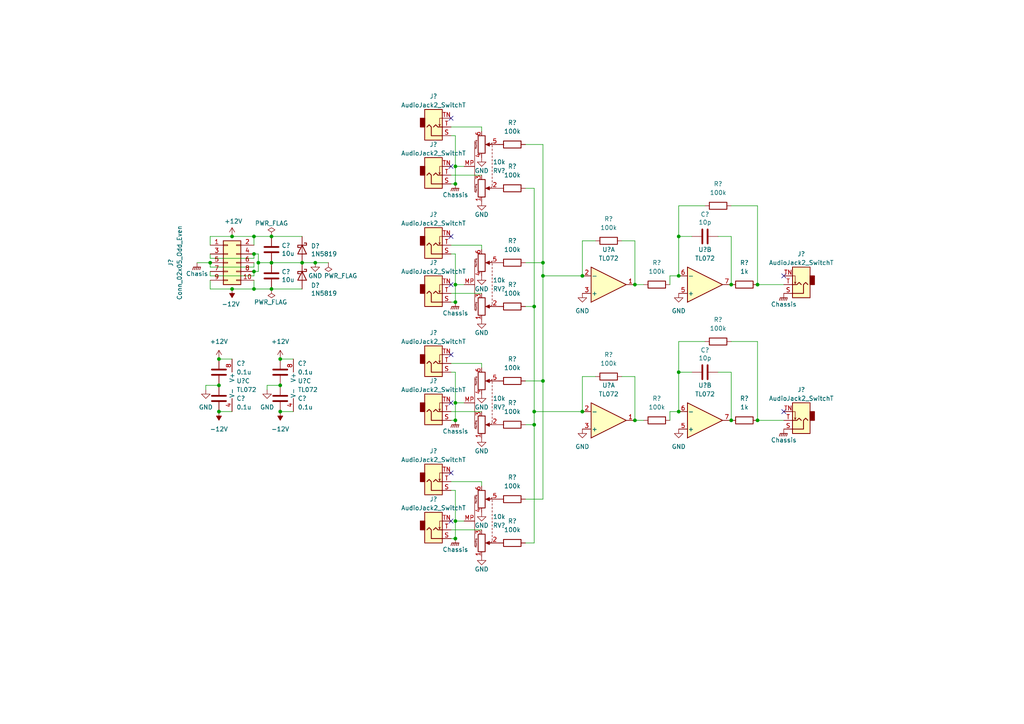
<source format=kicad_sch>
(kicad_sch (version 20211123) (generator eeschema)
  (paper "A4")
  (lib_symbols
    (symbol "Amplifier_Operational:TL072" (pin_names (offset 0.127))
      (property "Reference" "U" (at 0 5.08 0))
      (property "Value" "TL072" (at 0 -5.08 0))
      (symbol "TL072_1_1"
        (polyline (pts (xy -5.08 5.08) (xy 5.08 0) (xy -5.08 -5.08) (xy -5.08 5.08)) (stroke (width 0.254)) (fill (type background)))
        (pin output line (at 7.62 0 180) (length 2.54) (name "~") (number "1"))
        (pin input line (at -7.62 -2.54 0) (length 2.54) (name "-") (number "2"))
        (pin input line (at -7.62 2.54 0) (length 2.54) (name "+") (number "3"))
      )
      (symbol "TL072_2_1"
        (polyline (pts (xy -5.08 5.08) (xy 5.08 0) (xy -5.08 -5.08) (xy -5.08 5.08)) (stroke (width 0.254)) (fill (type background)))
        (pin input line (at -7.62 2.54 0) (length 2.54) (name "+") (number "5"))
        (pin input line (at -7.62 -2.54 0) (length 2.54) (name "-") (number "6"))
        (pin output line (at 7.62 0 180) (length 2.54) (name "~") (number "7"))
      )
      (symbol "TL072_3_1"
        (pin power_in line (at -2.54 -7.62 90) (length 3.81) (name "V-") (number "4"))
        (pin power_in line (at -2.54 7.62 270) (length 3.81) (name "V+") (number "8"))
      )
    )
    (symbol "Connector:AudioJack2_SwitchT"
      (property "Reference" "J" (at 0 8.89 0))
      (property "Value" "AudioJack2_SwitchT" (at 0 6.35 0))
      (symbol "AudioJack2_SwitchT_0_1"
        (rectangle (start -2.54 0) (end -3.81 -2.54) (stroke (width 0.254)) (fill (type outline)))
        (polyline (pts (xy 1.778 -0.254) (xy 2.032 -0.762)))
        (polyline (pts (xy 0 0) (xy 0.635 -0.635) (xy 1.27 0) (xy 2.54 0)) (stroke (width 0.254)))
        (polyline (pts (xy 2.54 -2.54) (xy 1.778 -2.54) (xy 1.778 -0.254) (xy 1.524 -0.762)))
        (polyline (pts (xy 2.54 2.54) (xy -0.635 2.54) (xy -0.635 0) (xy -1.27 -0.635) (xy -1.905 0)) (stroke (width 0.254)))
        (rectangle (start 2.54 3.81) (end -2.54 -5.08) (stroke (width 0.254)) (fill (type background)))
      )
      (symbol "AudioJack2_SwitchT_1_1"
        (pin passive line (at 5.08 2.54 180) (length 2.54) (name "~") (number "S"))
        (pin passive line (at 5.08 0 180) (length 2.54) (name "~") (number "T"))
        (pin passive line (at 5.08 -2.54 180) (length 2.54) (name "~") (number "TN"))
      )
    )
    (symbol "Connector_Generic:Conn_02x05_Odd_Even" (pin_names (offset 1.016) hide)
      (property "Reference" "J" (at 1.27 7.62 0))
      (property "Value" "Conn_02x05_Odd_Even" (at 1.27 -7.62 0))
      (symbol "Conn_02x05_Odd_Even_1_1"
        (rectangle (start -1.27 -4.953) (end 0 -5.207) (stroke (width 0.1524)))
        (rectangle (start -1.27 -2.413) (end 0 -2.667) (stroke (width 0.1524)))
        (rectangle (start -1.27 0.127) (end 0 -0.127) (stroke (width 0.1524)))
        (rectangle (start -1.27 2.667) (end 0 2.413) (stroke (width 0.1524)))
        (rectangle (start -1.27 5.207) (end 0 4.953) (stroke (width 0.1524)))
        (rectangle (start -1.27 6.35) (end 3.81 -6.35) (stroke (width 0.254)) (fill (type background)))
        (rectangle (start 3.81 -4.953) (end 2.54 -5.207) (stroke (width 0.1524)))
        (rectangle (start 3.81 -2.413) (end 2.54 -2.667) (stroke (width 0.1524)))
        (rectangle (start 3.81 0.127) (end 2.54 -0.127) (stroke (width 0.1524)))
        (rectangle (start 3.81 2.667) (end 2.54 2.413) (stroke (width 0.1524)))
        (rectangle (start 3.81 5.207) (end 2.54 4.953) (stroke (width 0.1524)))
        (pin passive line (at -5.08 5.08 0) (length 3.81) (name "Pin_1") (number "1"))
        (pin passive line (at 7.62 -5.08 180) (length 3.81) (name "Pin_10") (number "10"))
        (pin passive line (at 7.62 5.08 180) (length 3.81) (name "Pin_2") (number "2"))
        (pin passive line (at -5.08 2.54 0) (length 3.81) (name "Pin_3") (number "3"))
        (pin passive line (at 7.62 2.54 180) (length 3.81) (name "Pin_4") (number "4"))
        (pin passive line (at -5.08 0 0) (length 3.81) (name "Pin_5") (number "5"))
        (pin passive line (at 7.62 0 180) (length 3.81) (name "Pin_6") (number "6"))
        (pin passive line (at -5.08 -2.54 0) (length 3.81) (name "Pin_7") (number "7"))
        (pin passive line (at 7.62 -2.54 180) (length 3.81) (name "Pin_8") (number "8"))
        (pin passive line (at -5.08 -5.08 0) (length 3.81) (name "Pin_9") (number "9"))
      )
    )
    (symbol "Custom:Chasis" (power) (in_bom no) (on_board no)
      (property "Value" "Chasis" (at 0 -3.175 0))
      (symbol "Chasis_0_1"
        (polyline (pts (xy 0 -1.27) (xy 0 0)))
        (polyline (pts (xy -1.016 -1.27) (xy -1.27 -2.032) (xy -1.27 -2.032)) (stroke (width 0.2032)))
        (polyline (pts (xy -0.508 -1.27) (xy -0.762 -2.032) (xy -0.762 -2.032)) (stroke (width 0.2032)))
        (polyline (pts (xy 0 -1.27) (xy -0.254 -2.032) (xy -0.254 -2.032)) (stroke (width 0.2032)))
        (polyline (pts (xy 0.508 -1.27) (xy 0.254 -2.032) (xy 0.254 -2.032)) (stroke (width 0.2032)))
        (polyline (pts (xy 1.016 -1.27) (xy -1.016 -1.27) (xy -1.016 -1.27)) (stroke (width 0.2032)))
        (polyline (pts (xy 1.016 -1.27) (xy 0.762 -2.032) (xy 0.762 -2.032) (xy 0.762 -2.032)) (stroke (width 0.2032)))
      )
      (symbol "Chasis_1_1"
        (pin power_in line (at 0 0 270) (length 0) hide (name "Chasis") (number "1"))
      )
    )
    (symbol "Custom:Chassis" (power) (in_bom no) (on_board no)
      (property "Value" "Chassis" (at 0 -3.175 0))
      (symbol "Chassis_0_1"
        (polyline (pts (xy 0 -1.27) (xy 0 0)))
        (polyline (pts (xy -1.016 -1.27) (xy -1.27 -2.032) (xy -1.27 -2.032)) (stroke (width 0.2032)))
        (polyline (pts (xy -0.508 -1.27) (xy -0.762 -2.032) (xy -0.762 -2.032)) (stroke (width 0.2032)))
        (polyline (pts (xy 0 -1.27) (xy -0.254 -2.032) (xy -0.254 -2.032)) (stroke (width 0.2032)))
        (polyline (pts (xy 0.508 -1.27) (xy 0.254 -2.032) (xy 0.254 -2.032)) (stroke (width 0.2032)))
        (polyline (pts (xy 1.016 -1.27) (xy -1.016 -1.27) (xy -1.016 -1.27)) (stroke (width 0.2032)))
        (polyline (pts (xy 1.016 -1.27) (xy 0.762 -2.032) (xy 0.762 -2.032) (xy 0.762 -2.032)) (stroke (width 0.2032)))
      )
      (symbol "Chassis_1_1"
        (pin power_in line (at 0 0 270) (length 0) hide (name "Chassis") (number "1"))
      )
    )
    (symbol "Custom:R_Potentiometer_Dual_MountingPin" (pin_names hide)
      (property "Reference" "RV" (at 0 3.683 0))
      (property "Value" "R_Potentiometer_Dual_MountingPin" (at 0 1.905 0))
      (symbol "R_Potentiometer_Dual_MountingPin_0_1"
        (rectangle (start -8.89 -1.524) (end -3.81 -3.556) (stroke (width 0.254)))
        (polyline (pts (xy -6.35 0) (xy -6.35 -1.016)))
        (polyline (pts (xy -6.35 0) (xy -6.35 -1.016)))
        (polyline (pts (xy -6.35 0) (xy -5.842 0.508)))
        (polyline (pts (xy -5.588 0.508) (xy -5.08 0.508)))
        (polyline (pts (xy -4.572 0.508) (xy -4.064 0.508)))
        (polyline (pts (xy -3.556 0.508) (xy -3.048 0.508)))
        (polyline (pts (xy -2.54 0.508) (xy -2.032 0.508)))
        (polyline (pts (xy -1.524 0.508) (xy -1.016 0.508)))
        (polyline (pts (xy -0.508 0.508) (xy 0 0.508)))
        (polyline (pts (xy 0.508 0.508) (xy 1.016 0.508)))
        (polyline (pts (xy 1.524 0.508) (xy 2.032 0.508)))
        (polyline (pts (xy 2.54 0.508) (xy 3.048 0.508)))
        (polyline (pts (xy 3.556 0.508) (xy 4.064 0.508)))
        (polyline (pts (xy 4.572 0.508) (xy 5.08 0.508)))
        (polyline (pts (xy 5.588 0.508) (xy 6.096 0.508)))
        (polyline (pts (xy 6.35 0) (xy 6.35 -1.016)))
        (polyline (pts (xy 6.35 0) (xy 6.35 -1.016)))
        (polyline (pts (xy 6.604 0.508) (xy 6.858 0.508) (xy 6.35 0)))
        (polyline (pts (xy -6.35 -1.397) (xy -6.858 -0.254) (xy -5.842 -0.254) (xy -6.35 -1.397)) (fill (type outline)))
        (polyline (pts (xy 6.35 -1.397) (xy 5.842 -0.254) (xy 6.858 -0.254) (xy 6.35 -1.397)) (fill (type outline)))
        (rectangle (start 3.81 -1.524) (end 8.89 -3.556) (stroke (width 0.254)))
      )
      (symbol "R_Potentiometer_Dual_MountingPin_1_1"
        (polyline (pts (xy -7.366 -4.572) (xy 7.366 -4.572)) (stroke (width 0.1524)))
        (text "Mounting" (at -6.35 -4.191 0) (effects (font (size 0.381 0.381))))
        (text "Mounting" (at 6.35 -4.191 0) (effects (font (size 0.381 0.381))))
        (pin passive line (at -10.16 -2.54 0) (length 1.27) (name "1") (number "1"))
        (pin passive line (at -6.35 2.54 270) (length 2.54) (name "2") (number "2"))
        (pin passive line (at -2.54 -2.54 180) (length 1.27) (name "3") (number "3"))
        (pin passive line (at 2.54 -2.54 0) (length 1.27) (name "4") (number "4"))
        (pin passive line (at 6.35 2.54 270) (length 2.54) (name "5") (number "5"))
        (pin passive line (at 10.16 -2.54 180) (length 1.27) (name "6") (number "6"))
        (pin passive line (at 0 -7.62 90) (length 3.048) (name "MountPin") (number "MP"))
      )
    )
    (symbol "Device:C" (pin_numbers hide) (pin_names (offset 0.254))
      (property "Reference" "C" (at 0.635 2.54 0))
      (property "Value" "C" (at 0.635 -2.54 0))
      (symbol "C_0_1"
        (polyline (pts (xy -2.032 -0.762) (xy 2.032 -0.762)) (stroke (width 0.508)))
        (polyline (pts (xy -2.032 0.762) (xy 2.032 0.762)) (stroke (width 0.508)))
      )
      (symbol "C_1_1"
        (pin passive line (at 0 3.81 270) (length 2.794) (name "~") (number "1"))
        (pin passive line (at 0 -3.81 90) (length 2.794) (name "~") (number "2"))
      )
    )
    (symbol "Device:R" (pin_numbers hide) (pin_names (offset 0))
      (property "Reference" "R" (at 2.032 0 90))
      (property "Value" "R" (at 0 0 90))
      (symbol "R_0_1"
        (rectangle (start -1.016 -2.54) (end 1.016 2.54) (stroke (width 0.254)))
      )
      (symbol "R_1_1"
        (pin passive line (at 0 3.81 270) (length 1.27) (name "~") (number "1"))
        (pin passive line (at 0 -3.81 90) (length 1.27) (name "~") (number "2"))
      )
    )
    (symbol "Diode:1N5819" (pin_numbers hide) (pin_names (offset 1.016) hide)
      (property "Reference" "D" (at 0 2.54 0))
      (property "Value" "1N5819" (at 0 -2.54 0))
      (symbol "1N5819_0_1"
        (polyline (pts (xy 1.27 0) (xy -1.27 0)))
        (polyline (pts (xy 1.27 1.27) (xy 1.27 -1.27) (xy -1.27 0) (xy 1.27 1.27)) (stroke (width 0.254)))
        (polyline (pts (xy -1.905 0.635) (xy -1.905 1.27) (xy -1.27 1.27) (xy -1.27 -1.27) (xy -0.635 -1.27) (xy -0.635 -0.635)) (stroke (width 0.254)))
      )
      (symbol "1N5819_1_1"
        (pin passive line (at -3.81 0 0) (length 2.54) (name "K") (number "1"))
        (pin passive line (at 3.81 0 180) (length 2.54) (name "A") (number "2"))
      )
    )
    (symbol "power:+12V" (power) (pin_names (offset 0))
      (property "Value" "+12V" (at 0 3.556 0))
      (symbol "+12V_0_1"
        (polyline (pts (xy -0.762 1.27) (xy 0 2.54)))
        (polyline (pts (xy 0 0) (xy 0 2.54)))
        (polyline (pts (xy 0 2.54) (xy 0.762 1.27)))
      )
      (symbol "+12V_1_1"
        (pin power_in line (at 0 0 90) (length 0) hide (name "+12V") (number "1"))
      )
    )
    (symbol "power:-12V" (power) (pin_names (offset 0))
      (property "Value" "-12V" (at 0 3.81 0))
      (symbol "-12V_0_0"
        (pin power_in line (at 0 0 90) (length 0) hide (name "-12V") (number "1"))
      )
      (symbol "-12V_0_1"
        (polyline (pts (xy 0 0) (xy 0 1.27) (xy 0.762 1.27) (xy 0 2.54) (xy -0.762 1.27) (xy 0 1.27)) (fill (type outline)))
      )
    )
    (symbol "power:GND" (power) (pin_names (offset 0))
      (property "Value" "GND" (at 0 -3.81 0))
      (symbol "GND_0_1"
        (polyline (pts (xy 0 0) (xy 0 -1.27) (xy 1.27 -1.27) (xy 0 -2.54) (xy -1.27 -1.27) (xy 0 -1.27)))
      )
      (symbol "GND_1_1"
        (pin power_in line (at 0 0 270) (length 0) hide (name "GND") (number "1"))
      )
    )
    (symbol "power:PWR_FLAG" (power) (pin_numbers hide) (pin_names (offset 0) hide)
      (property "Value" "PWR_FLAG" (at 0 3.81 0))
      (symbol "PWR_FLAG_0_0"
        (pin power_out line (at 0 0 90) (length 0) (name "pwr") (number "1"))
      )
      (symbol "PWR_FLAG_0_1"
        (polyline (pts (xy 0 0) (xy 0 1.27) (xy -1.016 1.905) (xy 0 2.54) (xy 1.016 1.905) (xy 0 1.27)))
      )
    )
  )
  (junction (at 132.08 151.13))
  (junction (at 132.08 53.34))
  (junction (at 184.15 121.92))
  (junction (at 81.28 111.76))
  (junction (at 184.15 82.55))
  (junction (at 168.91 119.38))
  (junction (at 63.5 119.38))
  (junction (at 73.66 78.74))
  (junction (at 154.94 88.9))
  (junction (at 132.08 116.84))
  (junction (at 132.08 121.92))
  (junction (at 219.71 121.92))
  (junction (at 73.66 68.58))
  (junction (at 212.09 121.92))
  (junction (at 73.66 83.82))
  (junction (at 74.93 76.2))
  (junction (at 60.96 76.2))
  (junction (at 63.5 104.14))
  (junction (at 219.71 82.55))
  (junction (at 87.63 76.2))
  (junction (at 91.44 76.2))
  (junction (at 157.48 80.01))
  (junction (at 81.28 119.38))
  (junction (at 78.74 76.2))
  (junction (at 78.74 68.58))
  (junction (at 81.28 104.14))
  (junction (at 196.85 119.38))
  (junction (at 132.08 82.55))
  (junction (at 196.85 68.58))
  (junction (at 132.08 156.21))
  (junction (at 168.91 80.01))
  (junction (at 63.5 111.76))
  (junction (at 132.08 48.26))
  (junction (at 157.48 76.2))
  (junction (at 67.31 83.82))
  (junction (at 212.09 82.55))
  (junction (at 78.74 83.82))
  (junction (at 154.94 123.19))
  (junction (at 73.66 73.66))
  (junction (at 196.85 107.95))
  (junction (at 157.48 110.49))
  (junction (at 196.85 80.01))
  (junction (at 67.31 68.58))
  (junction (at 154.94 119.38))
  (junction (at 132.08 87.63))
  (no_connect (at 130.81 116.84))
  (no_connect (at 130.81 151.13))
  (no_connect (at 130.81 34.29))
  (no_connect (at 130.81 137.16))
  (no_connect (at 227.33 80.01))
  (no_connect (at 130.81 82.55))
  (no_connect (at 130.81 48.26))
  (no_connect (at 130.81 102.87))
  (no_connect (at 227.33 119.38))
  (no_connect (at 130.81 68.58))
  (wire (pts (xy 196.85 59.69) (xy 196.85 68.58)))
  (wire (pts (xy 73.66 77.47) (xy 73.66 76.2)))
  (wire (pts (xy 139.7 139.7) (xy 139.7 140.97)))
  (wire (pts (xy 157.48 76.2) (xy 157.48 80.01)))
  (wire (pts (xy 139.7 105.41) (xy 139.7 106.68)))
  (wire (pts (xy 130.81 85.09) (xy 139.7 85.09)))
  (wire (pts (xy 132.08 48.26) (xy 134.62 48.26)))
  (wire (pts (xy 172.72 69.85) (xy 168.91 69.85)))
  (wire (pts (xy 73.66 78.74) (xy 74.93 78.74)))
  (wire (pts (xy 60.96 76.2) (xy 60.96 77.47)))
  (wire (pts (xy 154.94 157.48) (xy 154.94 123.19)))
  (wire (pts (xy 67.31 68.58) (xy 73.66 68.58)))
  (wire (pts (xy 157.48 80.01) (xy 157.48 110.49)))
  (wire (pts (xy 196.85 68.58) (xy 196.85 80.01)))
  (wire (pts (xy 208.28 107.95) (xy 212.09 107.95)))
  (wire (pts (xy 212.09 68.58) (xy 212.09 82.55)))
  (wire (pts (xy 57.15 76.2) (xy 60.96 76.2)))
  (wire (pts (xy 152.4 123.19) (xy 154.94 123.19)))
  (wire (pts (xy 60.96 73.66) (xy 60.96 74.93)))
  (wire (pts (xy 60.96 83.82) (xy 67.31 83.82)))
  (wire (pts (xy 208.28 68.58) (xy 212.09 68.58)))
  (wire (pts (xy 132.08 116.84) (xy 134.62 116.84)))
  (wire (pts (xy 74.93 76.2) (xy 78.74 76.2)))
  (wire (pts (xy 130.81 71.12) (xy 139.7 71.12)))
  (wire (pts (xy 77.47 111.76) (xy 81.28 111.76)))
  (wire (pts (xy 73.66 73.66) (xy 74.93 73.66)))
  (wire (pts (xy 73.66 68.58) (xy 78.74 68.58)))
  (wire (pts (xy 152.4 157.48) (xy 154.94 157.48)))
  (wire (pts (xy 168.91 109.22) (xy 168.91 119.38)))
  (wire (pts (xy 130.81 53.34) (xy 132.08 53.34)))
  (wire (pts (xy 130.81 105.41) (xy 139.7 105.41)))
  (wire (pts (xy 184.15 82.55) (xy 186.69 82.55)))
  (wire (pts (xy 77.47 113.03) (xy 77.47 111.76)))
  (wire (pts (xy 73.66 71.12) (xy 73.66 68.58)))
  (wire (pts (xy 63.5 104.14) (xy 67.31 104.14)))
  (wire (pts (xy 157.48 41.91) (xy 157.48 76.2)))
  (wire (pts (xy 87.63 68.58) (xy 78.74 68.58)))
  (wire (pts (xy 74.93 78.74) (xy 74.93 76.2)))
  (wire (pts (xy 219.71 121.92) (xy 227.33 121.92)))
  (wire (pts (xy 168.91 69.85) (xy 168.91 80.01)))
  (wire (pts (xy 194.31 119.38) (xy 196.85 119.38)))
  (wire (pts (xy 74.93 73.66) (xy 74.93 76.2)))
  (wire (pts (xy 130.81 36.83) (xy 139.7 36.83)))
  (wire (pts (xy 154.94 119.38) (xy 154.94 88.9)))
  (wire (pts (xy 132.08 116.84) (xy 132.08 121.92)))
  (wire (pts (xy 132.08 73.66) (xy 132.08 82.55)))
  (wire (pts (xy 194.31 82.55) (xy 194.31 80.01)))
  (wire (pts (xy 130.81 153.67) (xy 139.7 153.67)))
  (wire (pts (xy 154.94 54.61) (xy 154.94 88.9)))
  (wire (pts (xy 60.96 74.93) (xy 73.66 74.93)))
  (wire (pts (xy 172.72 109.22) (xy 168.91 109.22)))
  (wire (pts (xy 81.28 104.14) (xy 85.09 104.14)))
  (wire (pts (xy 60.96 81.28) (xy 60.96 83.82)))
  (wire (pts (xy 132.08 142.24) (xy 132.08 151.13)))
  (wire (pts (xy 130.81 142.24) (xy 132.08 142.24)))
  (wire (pts (xy 73.66 74.93) (xy 73.66 73.66)))
  (wire (pts (xy 132.08 48.26) (xy 132.08 53.34)))
  (wire (pts (xy 152.4 41.91) (xy 157.48 41.91)))
  (wire (pts (xy 212.09 107.95) (xy 212.09 121.92)))
  (wire (pts (xy 194.31 80.01) (xy 196.85 80.01)))
  (wire (pts (xy 73.66 81.28) (xy 73.66 83.82)))
  (wire (pts (xy 184.15 121.92) (xy 186.69 121.92)))
  (wire (pts (xy 130.81 156.21) (xy 132.08 156.21)))
  (wire (pts (xy 180.34 109.22) (xy 184.15 109.22)))
  (wire (pts (xy 194.31 121.92) (xy 194.31 119.38)))
  (wire (pts (xy 78.74 76.2) (xy 87.63 76.2)))
  (wire (pts (xy 130.81 121.92) (xy 132.08 121.92)))
  (wire (pts (xy 63.5 119.38) (xy 67.31 119.38)))
  (wire (pts (xy 87.63 76.2) (xy 91.44 76.2)))
  (wire (pts (xy 157.48 76.2) (xy 152.4 76.2)))
  (wire (pts (xy 200.66 68.58) (xy 196.85 68.58)))
  (wire (pts (xy 81.28 119.38) (xy 85.09 119.38)))
  (wire (pts (xy 157.48 110.49) (xy 157.48 144.78)))
  (wire (pts (xy 219.71 59.69) (xy 212.09 59.69)))
  (wire (pts (xy 139.7 71.12) (xy 139.7 72.39)))
  (wire (pts (xy 132.08 107.95) (xy 132.08 116.84)))
  (wire (pts (xy 78.74 83.82) (xy 87.63 83.82)))
  (wire (pts (xy 132.08 151.13) (xy 134.62 151.13)))
  (wire (pts (xy 157.48 110.49) (xy 152.4 110.49)))
  (wire (pts (xy 130.81 119.38) (xy 139.7 119.38)))
  (wire (pts (xy 196.85 107.95) (xy 196.85 119.38)))
  (wire (pts (xy 132.08 82.55) (xy 132.08 87.63)))
  (wire (pts (xy 184.15 69.85) (xy 184.15 82.55)))
  (wire (pts (xy 67.31 83.82) (xy 73.66 83.82)))
  (wire (pts (xy 154.94 119.38) (xy 168.91 119.38)))
  (wire (pts (xy 60.96 80.01) (xy 73.66 80.01)))
  (wire (pts (xy 200.66 107.95) (xy 196.85 107.95)))
  (wire (pts (xy 132.08 39.37) (xy 132.08 48.26)))
  (wire (pts (xy 130.81 107.95) (xy 132.08 107.95)))
  (wire (pts (xy 154.94 123.19) (xy 154.94 119.38)))
  (wire (pts (xy 59.69 113.03) (xy 59.69 111.76)))
  (wire (pts (xy 130.81 73.66) (xy 132.08 73.66)))
  (wire (pts (xy 154.94 88.9) (xy 152.4 88.9)))
  (wire (pts (xy 204.47 59.69) (xy 196.85 59.69)))
  (wire (pts (xy 60.96 71.12) (xy 60.96 68.58)))
  (wire (pts (xy 60.96 77.47) (xy 73.66 77.47)))
  (wire (pts (xy 73.66 80.01) (xy 73.66 78.74)))
  (wire (pts (xy 132.08 82.55) (xy 134.62 82.55)))
  (wire (pts (xy 196.85 99.06) (xy 196.85 107.95)))
  (wire (pts (xy 180.34 69.85) (xy 184.15 69.85)))
  (wire (pts (xy 60.96 68.58) (xy 67.31 68.58)))
  (wire (pts (xy 219.71 82.55) (xy 219.71 59.69)))
  (wire (pts (xy 130.81 50.8) (xy 139.7 50.8)))
  (wire (pts (xy 130.81 87.63) (xy 132.08 87.63)))
  (wire (pts (xy 219.71 121.92) (xy 219.71 99.06)))
  (wire (pts (xy 139.7 36.83) (xy 139.7 38.1)))
  (wire (pts (xy 157.48 80.01) (xy 168.91 80.01)))
  (wire (pts (xy 132.08 151.13) (xy 132.08 156.21)))
  (wire (pts (xy 60.96 78.74) (xy 60.96 80.01)))
  (wire (pts (xy 152.4 54.61) (xy 154.94 54.61)))
  (wire (pts (xy 184.15 109.22) (xy 184.15 121.92)))
  (wire (pts (xy 59.69 111.76) (xy 63.5 111.76)))
  (wire (pts (xy 130.81 39.37) (xy 132.08 39.37)))
  (wire (pts (xy 130.81 139.7) (xy 139.7 139.7)))
  (wire (pts (xy 157.48 144.78) (xy 152.4 144.78)))
  (wire (pts (xy 219.71 99.06) (xy 212.09 99.06)))
  (wire (pts (xy 91.44 76.2) (xy 95.25 76.2)))
  (wire (pts (xy 219.71 82.55) (xy 227.33 82.55)))
  (wire (pts (xy 204.47 99.06) (xy 196.85 99.06)))
  (wire (pts (xy 73.66 83.82) (xy 78.74 83.82)))
  (symbol (lib_id "Custom:Chassis") (at 132.08 53.34 0) (unit 1) (in_bom no) (on_board no)
    (property "Reference" "U?" (effects hide))
    (property "Value" "Chassis" (at 132.08 56.515 0))
  )
  (symbol (lib_id "Device:R") (at 148.59 76.2 90) (unit 1)
    (property "Reference" "R?" (at 148.59 69.85 90))
    (property "Value" "100k" (at 148.59 72.39 90))
  )
  (symbol (lib_id "power:GND") (at 139.7 80.01 0) (unit 1)
    (property "Reference" "#PWR?" (effects hide))
    (property "Value" "GND" (at 139.7 83.82 0))
  )
  (symbol (lib_id "Device:R") (at 190.5 121.92 90) (unit 1)
    (property "Reference" "R?" (at 190.5 115.57 90))
    (property "Value" "100k" (at 190.5 118.11 90))
  )
  (symbol (lib_id "Device:C") (at 81.28 107.95 180) (unit 1)
    (property "Reference" "C?" (at 86.36 105.41 0) (effects (justify right)))
    (property "Value" "0.1u" (at 86.36 107.95 0) (effects (justify right)))
  )
  (symbol (lib_id "Device:C") (at 63.5 107.95 180) (unit 1)
    (property "Reference" "C?" (at 68.58 105.41 0) (effects (justify right)))
    (property "Value" "0.1u" (at 68.58 107.95 0) (effects (justify right)))
  )
  (symbol (lib_id "Connector:AudioJack2_SwitchT") (at 232.41 82.55 180) (unit 1)
    (property "Reference" "J?" (at 232.41 73.66 0))
    (property "Value" "AudioJack2_SwitchT" (at 232.41 76.2 0))
    (property "Footprint" "Connector_Audio:Jack_3.5mm_QingPu_WQP-PJ398SM_Vertical_CircularHoles" (effects hide))
  )
  (symbol (lib_id "Custom:R_Potentiometer_Dual_MountingPin") (at 142.24 151.13 270) (mirror x) (unit 1)
    (property "Reference" "RV?" (at 144.78 152.4 90))
    (property "Value" "10k" (at 144.78 149.86 90))
  )
  (symbol (lib_id "Device:R") (at 176.53 69.85 90) (unit 1)
    (property "Reference" "R?" (at 176.53 63.5 90))
    (property "Value" "100k" (at 176.53 66.04 90))
  )
  (symbol (lib_id "power:GND") (at 196.85 124.46 0) (unit 1)
    (property "Reference" "#PWR?" (effects hide))
    (property "Value" "GND" (at 196.85 129.54 0))
  )
  (symbol (lib_id "Device:R") (at 148.59 54.61 90) (unit 1)
    (property "Reference" "R?" (at 148.59 48.26 90))
    (property "Value" "100k" (at 148.59 50.8 90))
  )
  (symbol (lib_id "power:GND") (at 139.7 148.59 0) (unit 1)
    (property "Reference" "#PWR?" (effects hide))
    (property "Value" "GND" (at 139.7 152.4 0))
  )
  (symbol (lib_id "power:GND") (at 139.7 161.29 0) (unit 1)
    (property "Reference" "#PWR?" (effects hide))
    (property "Value" "GND" (at 139.7 165.1 0))
  )
  (symbol (lib_id "Diode:1N5819") (at 87.63 72.39 270) (unit 1)
    (property "Reference" "D?" (at 90.17 71.3486 90) (effects (justify left)))
    (property "Value" "1N5819" (at 90.17 73.66 90) (effects (justify left)))
    (property "Footprint" "Diode_THT:D_DO-41_SOD81_P10.16mm_Horizontal" (effects hide))
    (property "Datasheet" "http://www.vishay.com/docs/88525/1n5817.pdf" (effects hide))
  )
  (symbol (lib_id "Amplifier_Operational:TL072") (at 176.53 121.92 0) (mirror x) (unit 1)
    (property "Reference" "U?" (at 176.53 111.76 0))
    (property "Value" "TL072" (at 176.53 114.3 0))
    (property "Datasheet" "http://www.ti.com/lit/ds/symlink/tl071.pdf" (effects hide))
  )
  (symbol (lib_id "Custom:Chassis") (at 132.08 87.63 0) (unit 1) (in_bom no) (on_board no)
    (property "Reference" "U?" (effects hide))
    (property "Value" "Chassis" (at 132.08 90.805 0))
  )
  (symbol (lib_id "Device:C") (at 81.28 115.57 180) (unit 1)
    (property "Reference" "C?" (at 86.36 115.57 0) (effects (justify right)))
    (property "Value" "0.1u" (at 86.36 118.11 0) (effects (justify right)))
  )
  (symbol (lib_id "Custom:Chassis") (at 132.08 121.92 0) (unit 1) (in_bom no) (on_board no)
    (property "Reference" "U?" (effects hide))
    (property "Value" "Chassis" (at 132.08 125.095 0))
  )
  (symbol (lib_id "power:+12V") (at 67.31 68.58 0) (unit 1)
    (property "Reference" "#PWR?" (effects hide))
    (property "Value" "+12V" (at 67.691 64.1858 0))
  )
  (symbol (lib_id "Custom:Chassis") (at 227.33 124.46 0) (unit 1) (in_bom no) (on_board no)
    (property "Reference" "U?" (effects hide))
    (property "Value" "Chassis" (at 227.33 127.635 0))
  )
  (symbol (lib_id "Custom:Chassis") (at 132.08 156.21 0) (unit 1) (in_bom no) (on_board no)
    (property "Reference" "U?" (effects hide))
    (property "Value" "Chassis" (at 132.08 159.385 0))
  )
  (symbol (lib_id "Device:R") (at 215.9 121.92 90) (unit 1)
    (property "Reference" "R?" (at 215.9 115.57 90))
    (property "Value" "1k" (at 215.9 118.11 90))
  )
  (symbol (lib_id "power:PWR_FLAG") (at 78.74 68.58 0) (unit 1)
    (property "Reference" "#FLG?" (effects hide))
    (property "Value" "PWR_FLAG" (at 78.74 64.77 0))
  )
  (symbol (lib_id "Device:R") (at 148.59 41.91 90) (unit 1)
    (property "Reference" "R?" (at 148.59 35.56 90))
    (property "Value" "100k" (at 148.59 38.1 90))
  )
  (symbol (lib_id "Device:C") (at 78.74 80.01 0) (unit 1)
    (property "Reference" "C?" (at 81.661 78.8416 0) (effects (justify left)))
    (property "Value" "10u" (at 81.661 81.153 0) (effects (justify left)))
    (property "Footprint" "Capacitor_THT:C_Disc_D5.0mm_W2.5mm_P5.00mm" (effects hide))
  )
  (symbol (lib_id "Amplifier_Operational:TL072") (at 87.63 111.76 0) (unit 3)
    (property "Reference" "U?" (at 86.36 110.4899 0) (effects (justify left)))
    (property "Value" "TL072" (at 86.36 113.0299 0) (effects (justify left)))
    (property "Datasheet" "http://www.ti.com/lit/ds/symlink/tl071.pdf" (effects hide))
  )
  (symbol (lib_id "Connector:AudioJack2_SwitchT") (at 232.41 121.92 180) (unit 1)
    (property "Reference" "J?" (at 232.41 113.03 0))
    (property "Value" "AudioJack2_SwitchT" (at 232.41 115.57 0))
    (property "Footprint" "Connector_Audio:Jack_3.5mm_QingPu_WQP-PJ398SM_Vertical_CircularHoles" (effects hide))
  )
  (symbol (lib_id "Custom:Chassis") (at 227.33 85.09 0) (unit 1) (in_bom no) (on_board no)
    (property "Reference" "U?" (effects hide))
    (property "Value" "Chassis" (at 227.33 88.265 0))
  )
  (symbol (lib_id "power:GND") (at 196.85 85.09 0) (unit 1)
    (property "Reference" "#PWR?" (effects hide))
    (property "Value" "GND" (at 196.85 90.17 0))
  )
  (symbol (lib_id "power:+12V") (at 63.5 104.14 0) (unit 1)
    (property "Reference" "#PWR?" (effects hide))
    (property "Value" "+12V" (at 63.5 99.06 0))
  )
  (symbol (lib_id "Device:R") (at 148.59 88.9 90) (unit 1)
    (property "Reference" "R?" (at 148.59 82.55 90))
    (property "Value" "100k" (at 148.59 85.09 90))
  )
  (symbol (lib_id "power:GND") (at 168.91 85.09 0) (unit 1)
    (property "Reference" "#PWR?" (effects hide))
    (property "Value" "GND" (at 168.91 90.17 0))
  )
  (symbol (lib_id "Amplifier_Operational:TL072") (at 204.47 82.55 0) (mirror x) (unit 2)
    (property "Reference" "U?" (at 204.47 72.39 0))
    (property "Value" "TL072" (at 204.47 74.93 0))
    (property "Datasheet" "http://www.ti.com/lit/ds/symlink/tl071.pdf" (effects hide))
  )
  (symbol (lib_id "Device:C") (at 78.74 72.39 0) (unit 1)
    (property "Reference" "C?" (at 81.661 71.2216 0) (effects (justify left)))
    (property "Value" "10u" (at 81.661 73.533 0) (effects (justify left)))
    (property "Footprint" "Capacitor_THT:C_Disc_D5.0mm_W2.5mm_P5.00mm" (effects hide))
  )
  (symbol (lib_id "power:-12V") (at 63.5 119.38 180) (unit 1)
    (property "Reference" "#PWR?" (effects hide))
    (property "Value" "-12V" (at 63.5 124.46 0))
  )
  (symbol (lib_id "Connector:AudioJack2_SwitchT") (at 125.73 50.8 0) (mirror x) (unit 1)
    (property "Reference" "J?" (at 125.73 41.91 0))
    (property "Value" "AudioJack2_SwitchT" (at 125.73 44.45 0))
    (property "Footprint" "Connector_Audio:Jack_3.5mm_QingPu_WQP-PJ398SM_Vertical_CircularHoles" (effects hide))
  )
  (symbol (lib_id "Device:R") (at 215.9 82.55 90) (unit 1)
    (property "Reference" "R?" (at 215.9 76.2 90))
    (property "Value" "1k" (at 215.9 78.74 90))
  )
  (symbol (lib_id "Connector_Generic:Conn_02x05_Odd_Even") (at 66.04 76.2 0) (unit 1)
    (property "Reference" "J?" (at 49.53 76.2 90))
    (property "Value" "Conn_02x05_Odd_Even" (at 52.07 76.2 90))
    (property "Footprint" "Connector_PinHeader_2.54mm:PinHeader_2x05_P2.54mm_Vertical" (effects hide))
  )
  (symbol (lib_id "Connector:AudioJack2_SwitchT") (at 125.73 105.41 0) (mirror x) (unit 1)
    (property "Reference" "J?" (at 125.73 96.52 0))
    (property "Value" "AudioJack2_SwitchT" (at 125.73 99.06 0))
    (property "Footprint" "Connector_Audio:Jack_3.5mm_QingPu_WQP-PJ398SM_Vertical_CircularHoles" (effects hide))
  )
  (symbol (lib_id "power:GND") (at 139.7 45.72 0) (unit 1)
    (property "Reference" "#PWR?" (effects hide))
    (property "Value" "GND" (at 139.7 49.53 0))
  )
  (symbol (lib_id "power:GND") (at 139.7 127 0) (unit 1)
    (property "Reference" "#PWR?" (effects hide))
    (property "Value" "GND" (at 139.7 130.81 0))
  )
  (symbol (lib_id "power:PWR_FLAG") (at 95.25 76.2 180) (unit 1)
    (property "Reference" "#FLG?" (effects hide))
    (property "Value" "PWR_FLAG" (at 93.98 80.01 0) (effects (justify right)))
  )
  (symbol (lib_id "Connector:AudioJack2_SwitchT") (at 125.73 119.38 0) (mirror x) (unit 1)
    (property "Reference" "J?" (at 125.73 110.49 0))
    (property "Value" "AudioJack2_SwitchT" (at 125.73 113.03 0))
    (property "Footprint" "Connector_Audio:Jack_3.5mm_QingPu_WQP-PJ398SM_Vertical_CircularHoles" (effects hide))
  )
  (symbol (lib_id "Device:R") (at 208.28 59.69 90) (unit 1)
    (property "Reference" "R?" (at 208.28 53.34 90))
    (property "Value" "100k" (at 208.28 55.88 90))
  )
  (symbol (lib_id "Device:R") (at 148.59 157.48 90) (unit 1)
    (property "Reference" "R?" (at 148.59 151.13 90))
    (property "Value" "100k" (at 148.59 153.67 90))
  )
  (symbol (lib_id "Device:C") (at 63.5 115.57 180) (unit 1)
    (property "Reference" "C?" (at 68.58 115.57 0) (effects (justify right)))
    (property "Value" "0.1u" (at 68.58 118.11 0) (effects (justify right)))
  )
  (symbol (lib_id "power:GND") (at 77.47 113.03 0) (unit 1)
    (property "Reference" "#PWR?" (effects hide))
    (property "Value" "GND" (at 77.47 118.11 0))
  )
  (symbol (lib_id "power:GND") (at 139.7 58.42 0) (unit 1)
    (property "Reference" "#PWR?" (effects hide))
    (property "Value" "GND" (at 139.7 62.23 0))
  )
  (symbol (lib_id "Connector:AudioJack2_SwitchT") (at 125.73 153.67 0) (mirror x) (unit 1)
    (property "Reference" "J?" (at 125.73 144.78 0))
    (property "Value" "AudioJack2_SwitchT" (at 125.73 147.32 0))
    (property "Footprint" "Connector_Audio:Jack_3.5mm_QingPu_WQP-PJ398SM_Vertical_CircularHoles" (effects hide))
  )
  (symbol (lib_id "Device:C") (at 204.47 107.95 90) (unit 1)
    (property "Reference" "C?" (at 204.47 101.5492 90))
    (property "Value" "10p" (at 204.47 103.8606 90))
    (property "Footprint" "Capacitor_THT:C_Disc_D5.0mm_W2.5mm_P5.00mm" (effects hide))
  )
  (symbol (lib_id "Device:R") (at 176.53 109.22 90) (unit 1)
    (property "Reference" "R?" (at 176.53 102.87 90))
    (property "Value" "100k" (at 176.53 105.41 90))
  )
  (symbol (lib_id "Amplifier_Operational:TL072") (at 69.85 111.76 0) (unit 3)
    (property "Reference" "U?" (at 68.58 110.4899 0) (effects (justify left)))
    (property "Value" "TL072" (at 68.58 113.0299 0) (effects (justify left)))
    (property "Datasheet" "http://www.ti.com/lit/ds/symlink/tl071.pdf" (effects hide))
  )
  (symbol (lib_id "Device:R") (at 148.59 123.19 90) (unit 1)
    (property "Reference" "R?" (at 148.59 116.84 90))
    (property "Value" "100k" (at 148.59 119.38 90))
  )
  (symbol (lib_id "power:GND") (at 59.69 113.03 0) (unit 1)
    (property "Reference" "#PWR?" (effects hide))
    (property "Value" "GND" (at 59.69 118.11 0))
  )
  (symbol (lib_id "Amplifier_Operational:TL072") (at 176.53 82.55 0) (mirror x) (unit 1)
    (property "Reference" "U?" (at 176.53 72.39 0))
    (property "Value" "TL072" (at 176.53 74.93 0))
    (property "Datasheet" "http://www.ti.com/lit/ds/symlink/tl071.pdf" (effects hide))
  )
  (symbol (lib_id "Diode:1N5819") (at 87.63 80.01 270) (unit 1)
    (property "Reference" "D?" (at 90.17 82.7786 90) (effects (justify left)))
    (property "Value" "1N5819" (at 90.17 85.09 90) (effects (justify left)))
    (property "Footprint" "Diode_THT:D_DO-41_SOD81_P10.16mm_Horizontal" (effects hide))
    (property "Datasheet" "http://www.vishay.com/docs/88525/1n5817.pdf" (effects hide))
  )
  (symbol (lib_id "Device:R") (at 190.5 82.55 90) (unit 1)
    (property "Reference" "R?" (at 190.5 76.2 90))
    (property "Value" "100k" (at 190.5 78.74 90))
  )
  (symbol (lib_id "power:GND") (at 168.91 124.46 0) (unit 1)
    (property "Reference" "#PWR?" (effects hide))
    (property "Value" "GND" (at 168.91 129.54 0))
  )
  (symbol (lib_id "Custom:Chasis") (at 57.15 76.2 0) (unit 1) (in_bom no) (on_board no)
    (property "Reference" "U?" (effects hide))
    (property "Value" "Chasis" (at 57.15 79.375 0))
  )
  (symbol (lib_id "Custom:R_Potentiometer_Dual_MountingPin") (at 142.24 48.26 270) (mirror x) (unit 1)
    (property "Reference" "RV?" (at 144.78 49.53 90))
    (property "Value" "10k" (at 144.78 46.99 90))
  )
  (symbol (lib_id "power:-12V") (at 81.28 119.38 180) (unit 1)
    (property "Reference" "#PWR?" (effects hide))
    (property "Value" "-12V" (at 81.28 124.46 0))
  )
  (symbol (lib_id "Custom:R_Potentiometer_Dual_MountingPin") (at 142.24 116.84 270) (mirror x) (unit 1)
    (property "Reference" "RV?" (at 144.78 118.11 90))
    (property "Value" "10k" (at 144.78 115.57 90))
  )
  (symbol (lib_id "power:GND") (at 139.7 92.71 0) (unit 1)
    (property "Reference" "#PWR?" (effects hide))
    (property "Value" "GND" (at 139.7 96.52 0))
  )
  (symbol (lib_id "Connector:AudioJack2_SwitchT") (at 125.73 139.7 0) (mirror x) (unit 1)
    (property "Reference" "J?" (at 125.73 130.81 0))
    (property "Value" "AudioJack2_SwitchT" (at 125.73 133.35 0))
    (property "Footprint" "Connector_Audio:Jack_3.5mm_QingPu_WQP-PJ398SM_Vertical_CircularHoles" (effects hide))
  )
  (symbol (lib_id "Device:R") (at 148.59 110.49 90) (unit 1)
    (property "Reference" "R?" (at 148.59 104.14 90))
    (property "Value" "100k" (at 148.59 106.68 90))
  )
  (symbol (lib_id "power:PWR_FLAG") (at 78.74 83.82 180) (unit 1)
    (property "Reference" "#FLG?" (effects hide))
    (property "Value" "PWR_FLAG" (at 73.66 87.63 0) (effects (justify right)))
  )
  (symbol (lib_id "power:-12V") (at 67.31 83.82 180) (unit 1)
    (property "Reference" "#PWR?" (effects hide))
    (property "Value" "-12V" (at 66.929 88.2142 0))
  )
  (symbol (lib_id "Device:R") (at 148.59 144.78 90) (unit 1)
    (property "Reference" "R?" (at 148.59 138.43 90))
    (property "Value" "100k" (at 148.59 140.97 90))
  )
  (symbol (lib_id "Device:C") (at 204.47 68.58 90) (unit 1)
    (property "Reference" "C?" (at 204.47 62.1792 90))
    (property "Value" "10p" (at 204.47 64.4906 90))
    (property "Footprint" "Capacitor_THT:C_Disc_D5.0mm_W2.5mm_P5.00mm" (effects hide))
  )
  (symbol (lib_id "power:GND") (at 139.7 114.3 0) (unit 1)
    (property "Reference" "#PWR?" (effects hide))
    (property "Value" "GND" (at 139.7 118.11 0))
  )
  (symbol (lib_id "Connector:AudioJack2_SwitchT") (at 125.73 71.12 0) (mirror x) (unit 1)
    (property "Reference" "J?" (at 125.73 62.23 0))
    (property "Value" "AudioJack2_SwitchT" (at 125.73 64.77 0))
    (property "Footprint" "Connector_Audio:Jack_3.5mm_QingPu_WQP-PJ398SM_Vertical_CircularHoles" (effects hide))
  )
  (symbol (lib_id "Connector:AudioJack2_SwitchT") (at 125.73 85.09 0) (mirror x) (unit 1)
    (property "Reference" "J?" (at 125.73 76.2 0))
    (property "Value" "AudioJack2_SwitchT" (at 125.73 78.74 0))
    (property "Footprint" "Connector_Audio:Jack_3.5mm_QingPu_WQP-PJ398SM_Vertical_CircularHoles" (effects hide))
  )
  (symbol (lib_id "power:GND") (at 91.44 76.2 0) (unit 1)
    (property "Reference" "#PWR?" (effects hide))
    (property "Value" "GND" (at 91.44 80.01 0))
  )
  (symbol (lib_id "Custom:R_Potentiometer_Dual_MountingPin") (at 142.24 82.55 270) (mirror x) (unit 1)
    (property "Reference" "RV?" (at 144.78 83.82 90))
    (property "Value" "10k" (at 144.78 81.28 90))
  )
  (symbol (lib_id "Amplifier_Operational:TL072") (at 204.47 121.92 0) (mirror x) (unit 2)
    (property "Reference" "U?" (at 204.47 111.76 0))
    (property "Value" "TL072" (at 204.47 114.3 0))
    (property "Datasheet" "http://www.ti.com/lit/ds/symlink/tl071.pdf" (effects hide))
  )
  (symbol (lib_id "Connector:AudioJack2_SwitchT") (at 125.73 36.83 0) (mirror x) (unit 1)
    (property "Reference" "J?" (at 125.73 27.94 0))
    (property "Value" "AudioJack2_SwitchT" (at 125.73 30.48 0))
    (property "Footprint" "Connector_Audio:Jack_3.5mm_QingPu_WQP-PJ398SM_Vertical_CircularHoles" (effects hide))
  )
  (symbol (lib_id "Device:R") (at 208.28 99.06 90) (unit 1)
    (property "Reference" "R?" (at 208.28 92.71 90))
    (property "Value" "100k" (at 208.28 95.25 90))
  )
  (symbol (lib_id "power:+12V") (at 81.28 104.14 0) (unit 1)
    (property "Reference" "#PWR?" (effects hide))
    (property "Value" "+12V" (at 81.28 99.06 0))
  )
)
</source>
